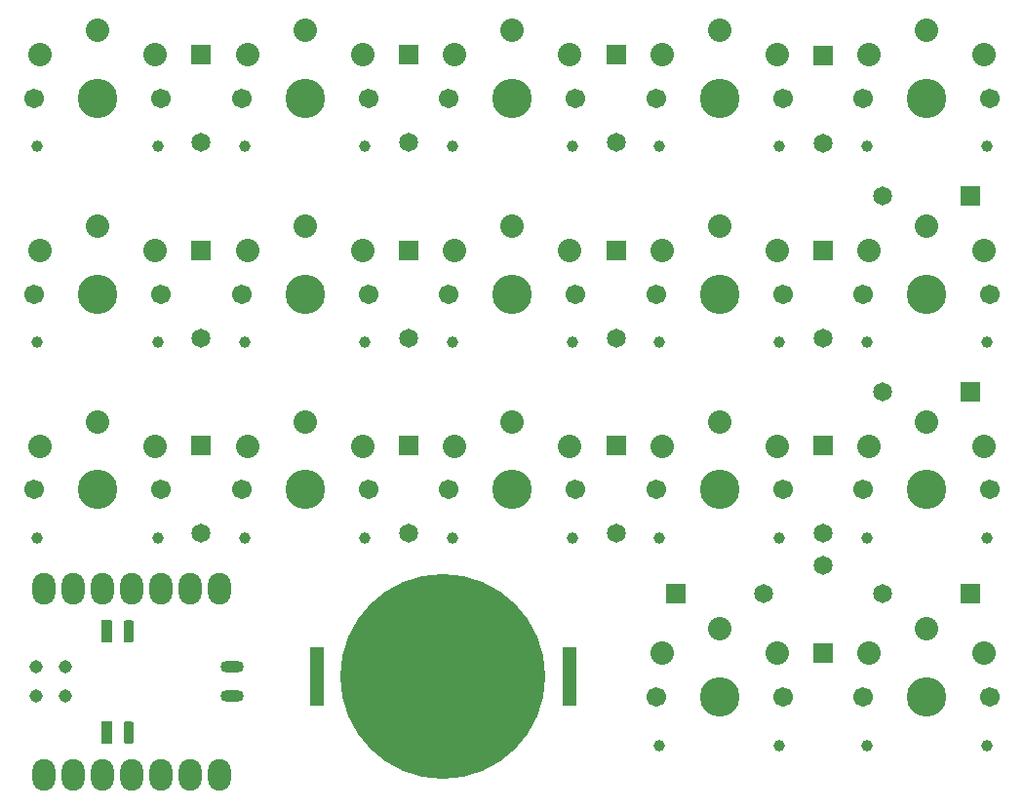
<source format=gts>
%TF.GenerationSoftware,KiCad,Pcbnew,(5.1.12)-1*%
%TF.CreationDate,2021-12-05T03:49:59-08:00*%
%TF.ProjectId,orthodox_v3,6f727468-6f64-46f7-985f-76332e6b6963,rev?*%
%TF.SameCoordinates,Original*%
%TF.FileFunction,Soldermask,Top*%
%TF.FilePolarity,Negative*%
%FSLAX46Y46*%
G04 Gerber Fmt 4.6, Leading zero omitted, Abs format (unit mm)*
G04 Created by KiCad (PCBNEW (5.1.12)-1) date 2021-12-05 03:49:59*
%MOMM*%
%LPD*%
G01*
G04 APERTURE LIST*
%ADD10O,1.998980X2.748280*%
%ADD11O,2.032000X1.016000*%
%ADD12C,1.143000*%
%ADD13C,1.701800*%
%ADD14C,0.990600*%
%ADD15C,2.032000*%
%ADD16C,3.429000*%
%ADD17R,1.270000X5.080000*%
%ADD18C,17.800000*%
%ADD19C,1.651000*%
%ADD20R,1.651000X1.651000*%
G04 APERTURE END LIST*
%TO.C,BAT+*%
G36*
G01*
X38923050Y-81276300D02*
X38476950Y-81276300D01*
G75*
G02*
X38253900Y-81053250I0J223050D01*
G01*
X38253900Y-79546750D01*
G75*
G02*
X38476950Y-79323700I223050J0D01*
G01*
X38923050Y-79323700D01*
G75*
G02*
X39146100Y-79546750I0J-223050D01*
G01*
X39146100Y-81053250D01*
G75*
G02*
X38923050Y-81276300I-223050J0D01*
G01*
G37*
%TD*%
%TO.C,BAT-*%
G36*
G01*
X37196880Y-81276300D02*
X36403120Y-81276300D01*
G75*
G02*
X36303900Y-81177080I0J99220D01*
G01*
X36303900Y-79422920D01*
G75*
G02*
X36403120Y-79323700I99220J0D01*
G01*
X37196880Y-79323700D01*
G75*
G02*
X37296100Y-79422920I0J-99220D01*
G01*
X37296100Y-81177080D01*
G75*
G02*
X37196880Y-81276300I-99220J0D01*
G01*
G37*
%TD*%
%TO.C,BAT+*%
G36*
G01*
X38476950Y-88123700D02*
X38923050Y-88123700D01*
G75*
G02*
X39146100Y-88346750I0J-223050D01*
G01*
X39146100Y-89853250D01*
G75*
G02*
X38923050Y-90076300I-223050J0D01*
G01*
X38476950Y-90076300D01*
G75*
G02*
X38253900Y-89853250I0J223050D01*
G01*
X38253900Y-88346750D01*
G75*
G02*
X38476950Y-88123700I223050J0D01*
G01*
G37*
%TD*%
%TO.C,BAT-*%
G36*
G01*
X36403120Y-88123700D02*
X37196880Y-88123700D01*
G75*
G02*
X37296100Y-88222920I0J-99220D01*
G01*
X37296100Y-89977080D01*
G75*
G02*
X37196880Y-90076300I-99220J0D01*
G01*
X36403120Y-90076300D01*
G75*
G02*
X36303900Y-89977080I0J99220D01*
G01*
X36303900Y-88222920D01*
G75*
G02*
X36403120Y-88123700I99220J0D01*
G01*
G37*
%TD*%
D10*
%TO.C,U1*%
X31382180Y-76602320D03*
X33922180Y-76602320D03*
X36462180Y-76602320D03*
X39002180Y-76602320D03*
X41542180Y-76602320D03*
X44082180Y-76602320D03*
X46622180Y-76602320D03*
X46622180Y-92766880D03*
X44082180Y-92766880D03*
X41542180Y-92766880D03*
X39002180Y-92766880D03*
X36462180Y-92766880D03*
X33922180Y-92766880D03*
X31382180Y-92766880D03*
D11*
X47700000Y-85900000D03*
X47700000Y-83350000D03*
D12*
X30695813Y-85901197D03*
X30695813Y-83361197D03*
X33235813Y-85901197D03*
X33235813Y-83361197D03*
%TD*%
D13*
%TO.C,MX6*%
X59500000Y-68000000D03*
X48500000Y-68000000D03*
D14*
X48780000Y-72200000D03*
D15*
X54000000Y-62100000D03*
X59000000Y-64200000D03*
D16*
X54000000Y-68000000D03*
D15*
X49000000Y-64200000D03*
D14*
X59220000Y-72200000D03*
%TD*%
%TO.C,MX1*%
X41220000Y-38200000D03*
D15*
X31000000Y-30200000D03*
D16*
X36000000Y-34000000D03*
D15*
X41000000Y-30200000D03*
X36000000Y-28100000D03*
D14*
X30780000Y-38200000D03*
D13*
X30500000Y-34000000D03*
X41500000Y-34000000D03*
%TD*%
%TO.C,MX3*%
X41500000Y-68000000D03*
X30500000Y-68000000D03*
D14*
X30780000Y-72200000D03*
D15*
X36000000Y-62100000D03*
X41000000Y-64200000D03*
D16*
X36000000Y-68000000D03*
D15*
X31000000Y-64200000D03*
D14*
X41220000Y-72200000D03*
%TD*%
D13*
%TO.C,MX4*%
X59500000Y-34000000D03*
X48500000Y-34000000D03*
D14*
X48780000Y-38200000D03*
D15*
X54000000Y-28100000D03*
X59000000Y-30200000D03*
D16*
X54000000Y-34000000D03*
D15*
X49000000Y-30200000D03*
D14*
X59220000Y-38200000D03*
%TD*%
%TO.C,MX5*%
X59220000Y-55200000D03*
D15*
X49000000Y-47200000D03*
D16*
X54000000Y-51000000D03*
D15*
X59000000Y-47200000D03*
X54000000Y-45100000D03*
D14*
X48780000Y-55200000D03*
D13*
X48500000Y-51000000D03*
X59500000Y-51000000D03*
%TD*%
%TO.C,MX7*%
X77500000Y-34000000D03*
X66500000Y-34000000D03*
D14*
X66780000Y-38200000D03*
D15*
X72000000Y-28100000D03*
X77000000Y-30200000D03*
D16*
X72000000Y-34000000D03*
D15*
X67000000Y-30200000D03*
D14*
X77220000Y-38200000D03*
%TD*%
D13*
%TO.C,MX8*%
X77500000Y-51000000D03*
X66500000Y-51000000D03*
D14*
X66780000Y-55200000D03*
D15*
X72000000Y-45100000D03*
X77000000Y-47200000D03*
D16*
X72000000Y-51000000D03*
D15*
X67000000Y-47200000D03*
D14*
X77220000Y-55200000D03*
%TD*%
D13*
%TO.C,MX9*%
X77500000Y-68000000D03*
X66500000Y-68000000D03*
D14*
X66780000Y-72200000D03*
D15*
X72000000Y-62100000D03*
X77000000Y-64200000D03*
D16*
X72000000Y-68000000D03*
D15*
X67000000Y-64200000D03*
D14*
X77220000Y-72200000D03*
%TD*%
D13*
%TO.C,MX10*%
X95500000Y-34000000D03*
X84500000Y-34000000D03*
D14*
X84780000Y-38200000D03*
D15*
X90000000Y-28100000D03*
X95000000Y-30200000D03*
D16*
X90000000Y-34000000D03*
D15*
X85000000Y-30200000D03*
D14*
X95220000Y-38200000D03*
%TD*%
%TO.C,MX11*%
X95220000Y-55200000D03*
D15*
X85000000Y-47200000D03*
D16*
X90000000Y-51000000D03*
D15*
X95000000Y-47200000D03*
X90000000Y-45100000D03*
D14*
X84780000Y-55200000D03*
D13*
X84500000Y-51000000D03*
X95500000Y-51000000D03*
%TD*%
%TO.C,MX12*%
X95500000Y-68000000D03*
X84500000Y-68000000D03*
D14*
X84780000Y-72200000D03*
D15*
X90000000Y-62100000D03*
X95000000Y-64200000D03*
D16*
X90000000Y-68000000D03*
D15*
X85000000Y-64200000D03*
D14*
X95220000Y-72200000D03*
%TD*%
%TO.C,MX13*%
X95220000Y-90200000D03*
D15*
X85000000Y-82200000D03*
D16*
X90000000Y-86000000D03*
D15*
X95000000Y-82200000D03*
X90000000Y-80100000D03*
D14*
X84780000Y-90200000D03*
D13*
X84500000Y-86000000D03*
X95500000Y-86000000D03*
%TD*%
D14*
%TO.C,MX14*%
X113220000Y-38200000D03*
D15*
X103000000Y-30200000D03*
D16*
X108000000Y-34000000D03*
D15*
X113000000Y-30200000D03*
X108000000Y-28100000D03*
D14*
X102780000Y-38200000D03*
D13*
X102500000Y-34000000D03*
X113500000Y-34000000D03*
%TD*%
%TO.C,MX15*%
X113500000Y-51000000D03*
X102500000Y-51000000D03*
D14*
X102780000Y-55200000D03*
D15*
X108000000Y-45100000D03*
X113000000Y-47200000D03*
D16*
X108000000Y-51000000D03*
D15*
X103000000Y-47200000D03*
D14*
X113220000Y-55200000D03*
%TD*%
%TO.C,MX16*%
X113220000Y-72200000D03*
D15*
X103000000Y-64200000D03*
D16*
X108000000Y-68000000D03*
D15*
X113000000Y-64200000D03*
X108000000Y-62100000D03*
D14*
X102780000Y-72200000D03*
D13*
X102500000Y-68000000D03*
X113500000Y-68000000D03*
%TD*%
%TO.C,MX17*%
X113500000Y-86000000D03*
X102500000Y-86000000D03*
D14*
X102780000Y-90200000D03*
D15*
X108000000Y-80100000D03*
X113000000Y-82200000D03*
D16*
X108000000Y-86000000D03*
D15*
X103000000Y-82200000D03*
D14*
X113220000Y-90200000D03*
%TD*%
%TO.C,MX2*%
X41220000Y-55200000D03*
D15*
X31000000Y-47200000D03*
D16*
X36000000Y-51000000D03*
D15*
X41000000Y-47200000D03*
X36000000Y-45100000D03*
D14*
X30780000Y-55200000D03*
D13*
X30500000Y-51000000D03*
X41500000Y-51000000D03*
%TD*%
D17*
%TO.C,BT1*%
X55015000Y-84200000D03*
X76985000Y-84200000D03*
D18*
X66000000Y-84200000D03*
%TD*%
D19*
%TO.C,D1*%
X45000000Y-37810000D03*
D20*
X45000000Y-30190000D03*
%TD*%
D19*
%TO.C,D2*%
X45000000Y-54810000D03*
D20*
X45000000Y-47190000D03*
%TD*%
D19*
%TO.C,D3*%
X45000000Y-71810000D03*
D20*
X45000000Y-64190000D03*
%TD*%
D19*
%TO.C,D4*%
X63000000Y-37810000D03*
D20*
X63000000Y-30190000D03*
%TD*%
D19*
%TO.C,D5*%
X63000000Y-54810000D03*
D20*
X63000000Y-47190000D03*
%TD*%
%TO.C,D6*%
X63000000Y-64190000D03*
D19*
X63000000Y-71810000D03*
%TD*%
D20*
%TO.C,D7*%
X81000000Y-30190000D03*
D19*
X81000000Y-37810000D03*
%TD*%
%TO.C,D8*%
X81000000Y-54810000D03*
D20*
X81000000Y-47190000D03*
%TD*%
D19*
%TO.C,D9*%
X81000000Y-71810000D03*
D20*
X81000000Y-64190000D03*
%TD*%
D19*
%TO.C,D10*%
X99000000Y-37910000D03*
D20*
X99000000Y-30290000D03*
%TD*%
%TO.C,D11*%
X99000000Y-47190000D03*
D19*
X99000000Y-54810000D03*
%TD*%
D20*
%TO.C,D12*%
X99000000Y-64190000D03*
D19*
X99000000Y-71810000D03*
%TD*%
D20*
%TO.C,D13*%
X86190000Y-77000000D03*
D19*
X93810000Y-77000000D03*
%TD*%
D20*
%TO.C,D14*%
X111810000Y-42500000D03*
D19*
X104190000Y-42500000D03*
%TD*%
%TO.C,D15*%
X104151000Y-59500000D03*
D20*
X111771000Y-59500000D03*
%TD*%
%TO.C,D16*%
X111810000Y-77000000D03*
D19*
X104190000Y-77000000D03*
%TD*%
%TO.C,D17*%
X99000000Y-74580000D03*
D20*
X99000000Y-82200000D03*
%TD*%
M02*

</source>
